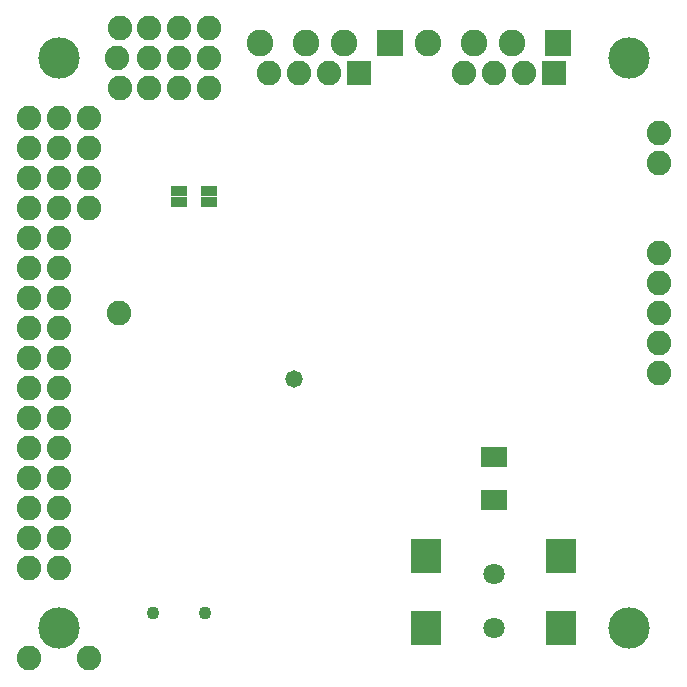
<source format=gbr>
G04 EAGLE Gerber RS-274X export*
G75*
%MOMM*%
%FSLAX34Y34*%
%LPD*%
%INSoldermask Bottom*%
%IPPOS*%
%AMOC8*
5,1,8,0,0,1.08239X$1,22.5*%
G01*
%ADD10C,3.505200*%
%ADD11C,1.103200*%
%ADD12C,2.082800*%
%ADD13C,1.803200*%
%ADD14R,2.082800X2.082800*%
%ADD15R,2.603200X3.003200*%
%ADD16R,2.303200X1.703200*%
%ADD17R,1.473200X0.838200*%
%ADD18C,1.473200*%
%ADD19R,2.260600X2.260600*%
%ADD20C,2.260600*%


D10*
X520700Y38100D03*
X38100Y38100D03*
X520700Y520700D03*
X38100Y520700D03*
D11*
X117700Y50800D03*
X161700Y50800D03*
D12*
X546100Y457200D03*
X546100Y431800D03*
X88900Y304800D03*
X546100Y254000D03*
X546100Y279400D03*
X546100Y304800D03*
X546100Y330200D03*
X546100Y355600D03*
X12700Y88900D03*
X12700Y114300D03*
X12700Y139700D03*
X12700Y165100D03*
X12700Y190500D03*
X12700Y215900D03*
X12700Y241300D03*
X12700Y266700D03*
X12700Y292100D03*
X12700Y317500D03*
X12700Y342900D03*
X12700Y368300D03*
X90170Y546100D03*
X87630Y520700D03*
X90170Y495300D03*
X114300Y546100D03*
X114300Y520700D03*
X114300Y495300D03*
D13*
X406400Y38100D03*
X406400Y83820D03*
D12*
X139700Y546100D03*
X139700Y520700D03*
X139700Y495300D03*
X165100Y546100D03*
X165100Y520700D03*
X165100Y495300D03*
X12700Y469900D03*
X38100Y469900D03*
X63500Y469900D03*
X12700Y444500D03*
X38100Y444500D03*
X63500Y444500D03*
X12700Y419100D03*
X38100Y419100D03*
X63500Y419100D03*
X12700Y393700D03*
X38100Y393700D03*
X63500Y393700D03*
X38100Y88900D03*
X38100Y114300D03*
X38100Y139700D03*
X38100Y165100D03*
X38100Y190500D03*
X38100Y215900D03*
X38100Y241300D03*
X38100Y266700D03*
X38100Y292100D03*
X38100Y317500D03*
X38100Y342900D03*
X38100Y368300D03*
D14*
X292100Y508000D03*
D12*
X266700Y508000D03*
X241300Y508000D03*
X215900Y508000D03*
D14*
X457200Y508000D03*
D12*
X431800Y508000D03*
X406400Y508000D03*
X381000Y508000D03*
D15*
X463400Y38100D03*
X349400Y38100D03*
X463400Y99100D03*
X349400Y99100D03*
D13*
X406400Y38100D03*
X406400Y83820D03*
D16*
X406400Y147100D03*
X406400Y183100D03*
D12*
X63500Y12700D03*
X12700Y12700D03*
D17*
X165100Y408360D03*
X165100Y399360D03*
X139700Y408360D03*
X139700Y399360D03*
D18*
X237490Y248920D03*
D19*
X318770Y533400D03*
D20*
X279400Y533400D03*
X247650Y533400D03*
X208280Y533400D03*
D19*
X461010Y533400D03*
D20*
X421640Y533400D03*
X389890Y533400D03*
X350520Y533400D03*
M02*

</source>
